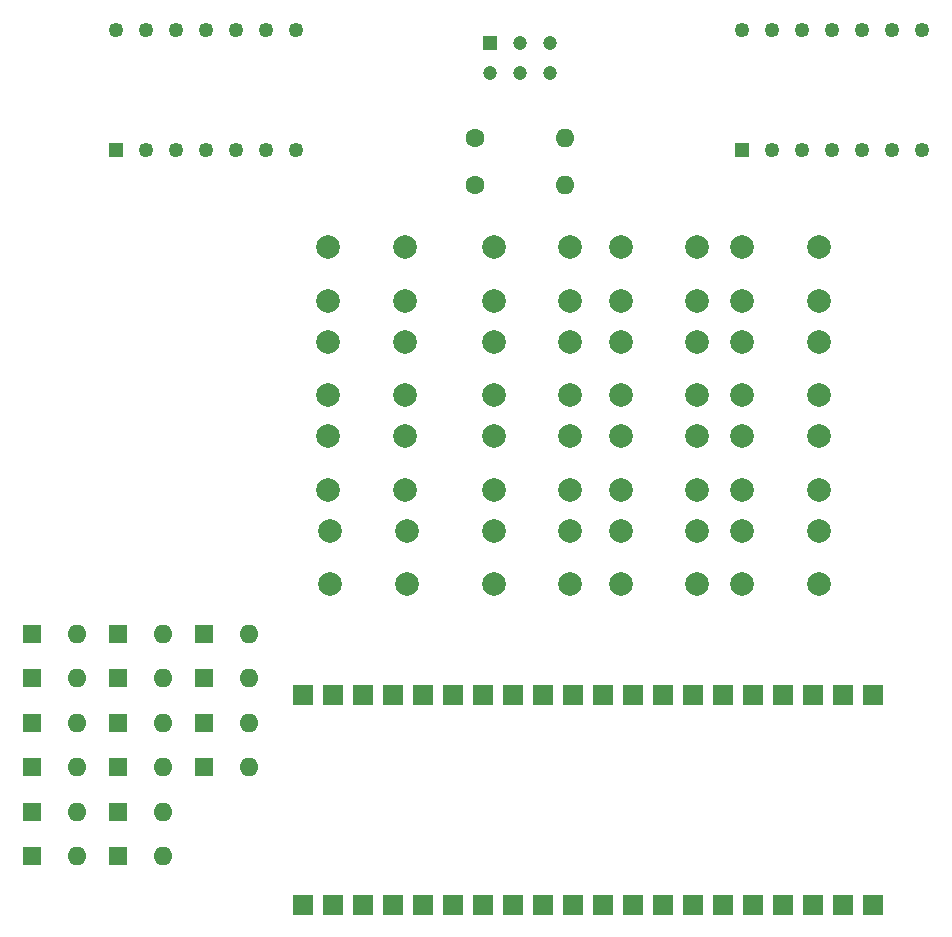
<source format=gbr>
%TF.GenerationSoftware,KiCad,Pcbnew,8.0.8*%
%TF.CreationDate,2025-05-29T15:04:49-04:00*%
%TF.ProjectId,meowwww x3,6d656f77-7777-4772-9078-332e6b696361,rev?*%
%TF.SameCoordinates,Original*%
%TF.FileFunction,Soldermask,Bot*%
%TF.FilePolarity,Negative*%
%FSLAX46Y46*%
G04 Gerber Fmt 4.6, Leading zero omitted, Abs format (unit mm)*
G04 Created by KiCad (PCBNEW 8.0.8) date 2025-05-29 15:04:49*
%MOMM*%
%LPD*%
G01*
G04 APERTURE LIST*
G04 Aperture macros list*
%AMRoundRect*
0 Rectangle with rounded corners*
0 $1 Rounding radius*
0 $2 $3 $4 $5 $6 $7 $8 $9 X,Y pos of 4 corners*
0 Add a 4 corners polygon primitive as box body*
4,1,4,$2,$3,$4,$5,$6,$7,$8,$9,$2,$3,0*
0 Add four circle primitives for the rounded corners*
1,1,$1+$1,$2,$3*
1,1,$1+$1,$4,$5*
1,1,$1+$1,$6,$7*
1,1,$1+$1,$8,$9*
0 Add four rect primitives between the rounded corners*
20,1,$1+$1,$2,$3,$4,$5,0*
20,1,$1+$1,$4,$5,$6,$7,0*
20,1,$1+$1,$6,$7,$8,$9,0*
20,1,$1+$1,$8,$9,$2,$3,0*%
G04 Aperture macros list end*
%ADD10RoundRect,0.102000X-0.754000X0.754000X-0.754000X-0.754000X0.754000X-0.754000X0.754000X0.754000X0*%
%ADD11C,2.000000*%
%ADD12R,1.200000X1.200000*%
%ADD13C,1.200000*%
%ADD14C,1.600000*%
%ADD15O,1.600000X1.600000*%
%ADD16RoundRect,0.102000X-0.525000X-0.525000X0.525000X-0.525000X0.525000X0.525000X-0.525000X0.525000X0*%
%ADD17C,1.254000*%
%ADD18R,1.600000X1.600000*%
G04 APERTURE END LIST*
D10*
%TO.C,U4*%
X129360000Y-80110000D03*
X126820000Y-80110000D03*
X124280000Y-80110000D03*
X121740000Y-80110000D03*
X119200000Y-80110000D03*
X116660000Y-80110000D03*
X114120000Y-80110000D03*
X111580000Y-80110000D03*
X109040000Y-80110000D03*
X106500000Y-80110000D03*
X103960000Y-80110000D03*
X101420000Y-80110000D03*
X98880000Y-80110000D03*
X96340000Y-80110000D03*
X93800000Y-80110000D03*
X91260000Y-80110000D03*
X88720000Y-80110000D03*
X86180000Y-80110000D03*
X83640000Y-80110000D03*
X81100000Y-80110000D03*
X129360000Y-97890000D03*
X126820000Y-97890000D03*
X124280000Y-97890000D03*
X121740000Y-97890000D03*
X119200000Y-97890000D03*
X116660000Y-97890000D03*
X114120000Y-97890000D03*
X111580000Y-97890000D03*
X109040000Y-97890000D03*
X106500000Y-97890000D03*
X103960000Y-97890000D03*
X101420000Y-97890000D03*
X98880000Y-97890000D03*
X96340000Y-97890000D03*
X93800000Y-97890000D03*
X91260000Y-97890000D03*
X88720000Y-97890000D03*
X86180000Y-97890000D03*
X83640000Y-97890000D03*
X81100000Y-97890000D03*
%TD*%
D11*
%TO.C,SW17*%
X118250000Y-66250000D03*
X124750000Y-66250000D03*
X118250000Y-70750000D03*
X124750000Y-70750000D03*
%TD*%
%TO.C,SW16*%
X118250000Y-58250000D03*
X124750000Y-58250000D03*
X118250000Y-62750000D03*
X124750000Y-62750000D03*
%TD*%
%TO.C,SW15*%
X118250000Y-50250000D03*
X124750000Y-50250000D03*
X118250000Y-54750000D03*
X124750000Y-54750000D03*
%TD*%
%TO.C,SW14*%
X118250000Y-42250000D03*
X124750000Y-42250000D03*
X118250000Y-46750000D03*
X124750000Y-46750000D03*
%TD*%
%TO.C,SW13*%
X108000000Y-66250000D03*
X114500000Y-66250000D03*
X108000000Y-70750000D03*
X114500000Y-70750000D03*
%TD*%
%TO.C,SW12*%
X108000000Y-58250000D03*
X114500000Y-58250000D03*
X108000000Y-62750000D03*
X114500000Y-62750000D03*
%TD*%
%TO.C,SW11*%
X108000000Y-50250000D03*
X114500000Y-50250000D03*
X108000000Y-54750000D03*
X114500000Y-54750000D03*
%TD*%
%TO.C,SW10*%
X108000000Y-42250000D03*
X114500000Y-42250000D03*
X108000000Y-46750000D03*
X114500000Y-46750000D03*
%TD*%
%TO.C,SW9*%
X97250000Y-66250000D03*
X103750000Y-66250000D03*
X97250000Y-70750000D03*
X103750000Y-70750000D03*
%TD*%
%TO.C,SW8*%
X97250000Y-58250000D03*
X103750000Y-58250000D03*
X97250000Y-62750000D03*
X103750000Y-62750000D03*
%TD*%
%TO.C,SW7*%
X97250000Y-50250000D03*
X103750000Y-50250000D03*
X97250000Y-54750000D03*
X103750000Y-54750000D03*
%TD*%
%TO.C,SW6*%
X97250000Y-42250000D03*
X103750000Y-42250000D03*
X97250000Y-46750000D03*
X103750000Y-46750000D03*
%TD*%
%TO.C,SW5*%
X83380000Y-66250000D03*
X89880000Y-66250000D03*
X83380000Y-70750000D03*
X89880000Y-70750000D03*
%TD*%
%TO.C,SW4*%
X83250000Y-58250000D03*
X89750000Y-58250000D03*
X83250000Y-62750000D03*
X89750000Y-62750000D03*
%TD*%
%TO.C,SW3*%
X83250000Y-50250000D03*
X89750000Y-50250000D03*
X83250000Y-54750000D03*
X89750000Y-54750000D03*
%TD*%
%TO.C,SW2*%
X83250000Y-42250000D03*
X89750000Y-42250000D03*
X83250000Y-46750000D03*
X89750000Y-46750000D03*
%TD*%
D12*
%TO.C,SW1*%
X96920000Y-24960000D03*
D13*
X99460000Y-24960000D03*
X102000000Y-24960000D03*
X96920000Y-27500000D03*
X99460000Y-27500000D03*
X102000000Y-27500000D03*
%TD*%
D14*
%TO.C,R2*%
X95690000Y-37000000D03*
D15*
X103310000Y-37000000D03*
%TD*%
D14*
%TO.C,R1*%
X95690000Y-32950000D03*
D15*
X103310000Y-32950000D03*
%TD*%
D16*
%TO.C,DS2*%
X118260000Y-34000000D03*
D17*
X120800000Y-34000000D03*
X123340000Y-34000000D03*
X125880000Y-34000000D03*
X128420000Y-34000000D03*
X130960000Y-34000000D03*
X133500000Y-23840000D03*
X130960000Y-23840000D03*
X128420000Y-23840000D03*
X125880000Y-23840000D03*
X123340000Y-23840000D03*
X120800000Y-23840000D03*
X118260000Y-23840000D03*
X133500000Y-34000000D03*
%TD*%
D16*
%TO.C,DS1*%
X65260000Y-34000000D03*
D17*
X67800000Y-34000000D03*
X70340000Y-34000000D03*
X72880000Y-34000000D03*
X75420000Y-34000000D03*
X77960000Y-34000000D03*
X80500000Y-23840000D03*
X77960000Y-23840000D03*
X75420000Y-23840000D03*
X72880000Y-23840000D03*
X70340000Y-23840000D03*
X67800000Y-23840000D03*
X65260000Y-23840000D03*
X80500000Y-34000000D03*
%TD*%
D18*
%TO.C,D16*%
X72710700Y-86272700D03*
D15*
X76520700Y-86272700D03*
%TD*%
D18*
%TO.C,D15*%
X72710700Y-82500000D03*
D15*
X76520700Y-82500000D03*
%TD*%
D18*
%TO.C,D14*%
X72710700Y-78727300D03*
D15*
X76520700Y-78727300D03*
%TD*%
D18*
%TO.C,D13*%
X72710700Y-74954500D03*
D15*
X76520700Y-74954500D03*
%TD*%
D18*
%TO.C,D12*%
X65439300Y-93818200D03*
D15*
X69249300Y-93818200D03*
%TD*%
D18*
%TO.C,D11*%
X65439300Y-90045500D03*
D15*
X69249300Y-90045500D03*
%TD*%
D18*
%TO.C,D10*%
X65439300Y-86272700D03*
D15*
X69249300Y-86272700D03*
%TD*%
D18*
%TO.C,D9*%
X65439300Y-82500000D03*
D15*
X69249300Y-82500000D03*
%TD*%
D18*
%TO.C,D8*%
X65439300Y-78727300D03*
D15*
X69249300Y-78727300D03*
%TD*%
D18*
%TO.C,D7*%
X65439300Y-74954500D03*
D15*
X69249300Y-74954500D03*
%TD*%
D18*
%TO.C,D6*%
X58167900Y-93818200D03*
D15*
X61977900Y-93818200D03*
%TD*%
D18*
%TO.C,D5*%
X58167900Y-90045500D03*
D15*
X61977900Y-90045500D03*
%TD*%
D18*
%TO.C,D4*%
X58167900Y-86272700D03*
D15*
X61977900Y-86272700D03*
%TD*%
D18*
%TO.C,D3*%
X58167900Y-82500000D03*
D15*
X61977900Y-82500000D03*
%TD*%
D18*
%TO.C,D2*%
X58167900Y-78727300D03*
D15*
X61977900Y-78727300D03*
%TD*%
D18*
%TO.C,D1*%
X58167900Y-74954500D03*
D15*
X61977900Y-74954500D03*
%TD*%
M02*

</source>
